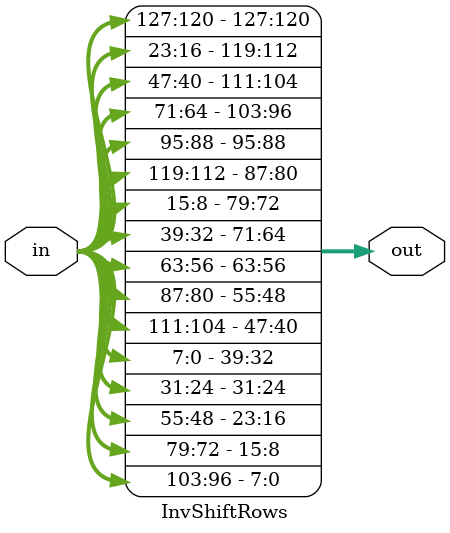
<source format=v>
module InvShiftRows( in , out );
input [127 : 0 ] in;
output [127 : 0 ] out ;
// S(0,0) in[127:120]
// S(0,1) in[95:88]
// S(0,2) in[63:56]
// S(0,3) in[31:24]
//--------------------
// S(1,0) in[119:112]
// S(1,1) in[87:80]
// S(1,2) in[55:48]
// S(1,3) in[23:16]
//--------------------
// S(2,0) in[111:104]
// S(2,1) in[79:72]
// S(2,2) in[47:40]
// S(2,3) in[15:8]
//--------------------
// S(3,0) in[103:96]
// S(3,1) in[71:64]
// S(3,2) in[39:32]
// S(3,3) in[7:0]
//--------------------



//1st row no shift
assign out[127:120] = in[127:120];
assign out[95:88] = in[95:88];
assign out[63:56] = in[63:56];
assign out[31:24] = in[31:24];
//2nd row shift 1
assign out[119:112] = in[23:16];
assign out[87:80] = in[119:112];
assign out[55:48] = in[87:80];
assign out[23:16] = in[55:48];
//3rd row shift 2
assign out[111:104] = in[47:40];
assign out[79:72] = in[15:8];
assign out[47:40] = in[111:104];
assign out[15:8] = in[79:72];
//4th row shift 3
assign out[103:96] = in[71:64];
assign out[71:64] = in[39:32];
assign out[39:32] = in[7:0];
assign out[7:0] = in[103:96];






endmodule
</source>
